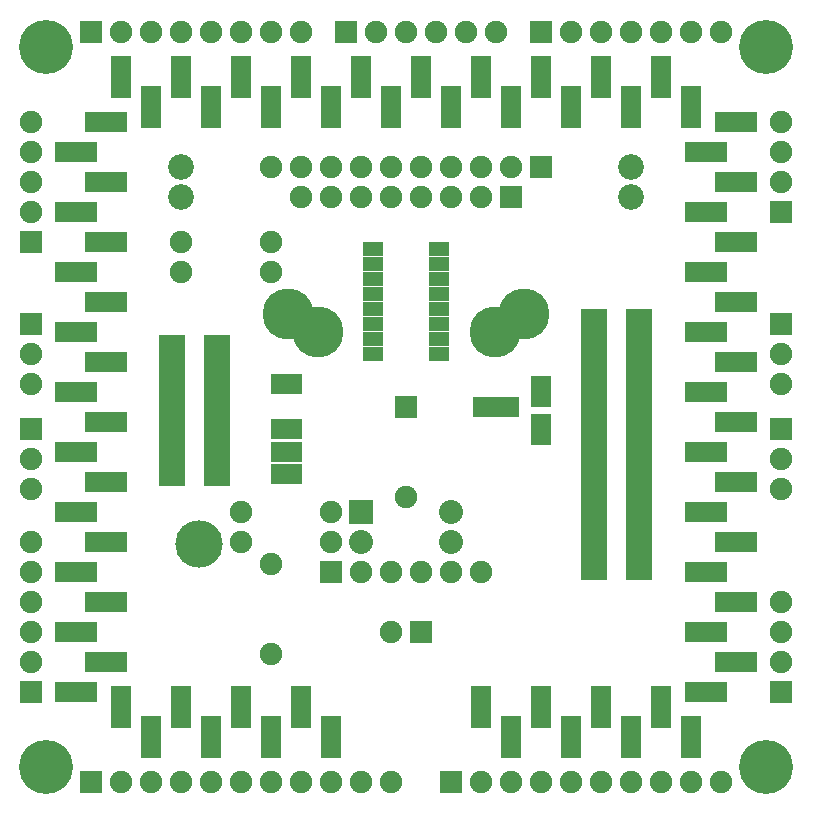
<source format=gts>
G04 (created by PCBNEW-RS274X (2012-apr-16-27)-stable) date mer. 27 févr. 2013 14:04:48 CST*
G01*
G70*
G90*
%MOIN*%
G04 Gerber Fmt 3.4, Leading zero omitted, Abs format*
%FSLAX34Y34*%
G04 APERTURE LIST*
%ADD10C,0.006000*%
%ADD11R,0.080000X0.080000*%
%ADD12C,0.080000*%
%ADD13R,0.090800X0.055400*%
%ADD14C,0.158000*%
%ADD15R,0.075000X0.075000*%
%ADD16C,0.075000*%
%ADD17C,0.170000*%
%ADD18R,0.070000X0.140000*%
%ADD19R,0.140000X0.070000*%
%ADD20C,0.180000*%
%ADD21R,0.070000X0.045000*%
%ADD22R,0.058000X0.070000*%
%ADD23R,0.070000X0.058000*%
%ADD24C,0.086000*%
G04 APERTURE END LIST*
G54D10*
G54D11*
X24500Y-29500D03*
G54D12*
X27500Y-30500D03*
X27500Y-29500D03*
X24500Y-30500D03*
G54D13*
X18195Y-28386D03*
X18195Y-27886D03*
X18195Y-27386D03*
X18195Y-26886D03*
X18195Y-26386D03*
X18195Y-25886D03*
X18195Y-25386D03*
X18195Y-24886D03*
X18195Y-24386D03*
X18195Y-23886D03*
X19695Y-23886D03*
X19695Y-24386D03*
X19695Y-24886D03*
X19695Y-25386D03*
X19695Y-25886D03*
X19695Y-26386D03*
X19695Y-26886D03*
X19695Y-27386D03*
X19695Y-27886D03*
X19695Y-28386D03*
X32250Y-31500D03*
X33750Y-31500D03*
X32250Y-31000D03*
X33750Y-31000D03*
X32250Y-30500D03*
X33750Y-30500D03*
X32250Y-30000D03*
X33750Y-30000D03*
X32250Y-29500D03*
X33750Y-29500D03*
X32250Y-29000D03*
X33750Y-29000D03*
X32250Y-28500D03*
X33750Y-28500D03*
X32250Y-28000D03*
X33750Y-28000D03*
X32250Y-27500D03*
X33750Y-27500D03*
X32250Y-27000D03*
X33750Y-27000D03*
X32250Y-26500D03*
X33750Y-26500D03*
X32250Y-26000D03*
X33750Y-26000D03*
X32250Y-25500D03*
X33750Y-25500D03*
X32250Y-25000D03*
X33750Y-25000D03*
X32250Y-24500D03*
X33750Y-24500D03*
X32250Y-24000D03*
X33750Y-24000D03*
X32250Y-23500D03*
X33750Y-23500D03*
X32250Y-23000D03*
X33750Y-23000D03*
G54D14*
X19080Y-30579D03*
G54D15*
X29500Y-19000D03*
G54D16*
X28500Y-19000D03*
X27500Y-19000D03*
X26500Y-19000D03*
X25500Y-19000D03*
X24500Y-19000D03*
X23500Y-19000D03*
X22500Y-19000D03*
G54D17*
X28953Y-23527D03*
X23047Y-23527D03*
G54D15*
X30500Y-17998D03*
G54D16*
X29500Y-17998D03*
X28500Y-17998D03*
X27500Y-17998D03*
X26500Y-17998D03*
X25500Y-17998D03*
X24500Y-17998D03*
X23500Y-17998D03*
X22500Y-17998D03*
X21500Y-17998D03*
G54D17*
X29937Y-22921D03*
X22063Y-22921D03*
G54D15*
X23500Y-31500D03*
G54D16*
X24500Y-31500D03*
X25500Y-31500D03*
X26500Y-31500D03*
X27500Y-31500D03*
X28500Y-31500D03*
G54D15*
X26500Y-33500D03*
G54D16*
X25500Y-33500D03*
G54D15*
X38500Y-26750D03*
G54D16*
X38500Y-27750D03*
X38500Y-28750D03*
X21500Y-20500D03*
X18500Y-20500D03*
G54D15*
X38500Y-23250D03*
G54D16*
X38500Y-24250D03*
X38500Y-25250D03*
G54D15*
X13500Y-26750D03*
G54D16*
X13500Y-27750D03*
X13500Y-28750D03*
G54D15*
X13500Y-23250D03*
G54D16*
X13500Y-24250D03*
X13500Y-25250D03*
G54D18*
X16500Y-36000D03*
X17500Y-37000D03*
X18500Y-36000D03*
X19500Y-37000D03*
X20500Y-36000D03*
X21500Y-37000D03*
X22500Y-36000D03*
X23500Y-37000D03*
X28500Y-36000D03*
X29500Y-37000D03*
X30500Y-36000D03*
X31500Y-37000D03*
X32500Y-36000D03*
X33500Y-37000D03*
X34500Y-36000D03*
X35500Y-37000D03*
G54D19*
X36000Y-35500D03*
X37000Y-34500D03*
X36000Y-33500D03*
X37000Y-32500D03*
X36000Y-31500D03*
X37000Y-30500D03*
X36000Y-29500D03*
X37000Y-28500D03*
X36000Y-27500D03*
X37000Y-26500D03*
X36000Y-25500D03*
X37000Y-24500D03*
X36000Y-23500D03*
X37000Y-22500D03*
X36000Y-21500D03*
X37000Y-20500D03*
X36000Y-19500D03*
X37000Y-18500D03*
X36000Y-17500D03*
X37000Y-16500D03*
G54D18*
X35500Y-16000D03*
X34500Y-15000D03*
X33500Y-16000D03*
X32500Y-15000D03*
X31500Y-16000D03*
X30500Y-15000D03*
X29500Y-16000D03*
X28500Y-15000D03*
X27500Y-16000D03*
X26500Y-15000D03*
X25500Y-16000D03*
X24500Y-15000D03*
X23500Y-16000D03*
X22500Y-15000D03*
X21500Y-16000D03*
X20500Y-15000D03*
X19500Y-16000D03*
X18500Y-15000D03*
X17500Y-16000D03*
X16500Y-15000D03*
G54D19*
X16000Y-16500D03*
X15000Y-17500D03*
X16000Y-18500D03*
X15000Y-19500D03*
X16000Y-20500D03*
X15000Y-21500D03*
X16000Y-22500D03*
X15000Y-23500D03*
X16000Y-24500D03*
X15000Y-25500D03*
X16000Y-26500D03*
X15000Y-27500D03*
X16000Y-28500D03*
X15000Y-29500D03*
X16000Y-30500D03*
X15000Y-31500D03*
X16000Y-32500D03*
X15000Y-33500D03*
X16000Y-34500D03*
X15000Y-35500D03*
G54D20*
X38000Y-38000D03*
X14000Y-38000D03*
X14000Y-14000D03*
X38000Y-14000D03*
G54D21*
X24900Y-20750D03*
X24900Y-21250D03*
X24900Y-21750D03*
X24900Y-22250D03*
X27100Y-22250D03*
X27100Y-21750D03*
X27100Y-21250D03*
X27100Y-20750D03*
X24900Y-22750D03*
X24900Y-23250D03*
X24900Y-23750D03*
X24900Y-24250D03*
X27100Y-24250D03*
X27100Y-23750D03*
X27100Y-23250D03*
X27100Y-22750D03*
G54D22*
X29500Y-26000D03*
X29000Y-26000D03*
X28500Y-26000D03*
G54D23*
X30500Y-27000D03*
X30500Y-26500D03*
G54D22*
X22250Y-25250D03*
X21750Y-25250D03*
X22250Y-27500D03*
X21750Y-27500D03*
X22250Y-28250D03*
X21750Y-28250D03*
X22250Y-26750D03*
X21750Y-26750D03*
G54D23*
X30500Y-25750D03*
X30500Y-25250D03*
G54D15*
X15500Y-38500D03*
G54D16*
X16500Y-38500D03*
X17500Y-38500D03*
X18500Y-38500D03*
X19500Y-38500D03*
X20500Y-38500D03*
X21500Y-38500D03*
X22500Y-38500D03*
X23500Y-38500D03*
X24500Y-38500D03*
X25500Y-38500D03*
G54D15*
X27500Y-38500D03*
G54D16*
X28500Y-38500D03*
X29500Y-38500D03*
X30500Y-38500D03*
X31500Y-38500D03*
X32500Y-38500D03*
X33500Y-38500D03*
X34500Y-38500D03*
X35500Y-38500D03*
X36500Y-38500D03*
G54D15*
X13500Y-35500D03*
G54D16*
X13500Y-34500D03*
X13500Y-33500D03*
X13500Y-32500D03*
X13500Y-31500D03*
X13500Y-30500D03*
G54D15*
X13500Y-20500D03*
G54D16*
X13500Y-19500D03*
X13500Y-18500D03*
X13500Y-17500D03*
X13500Y-16500D03*
G54D15*
X15500Y-13500D03*
G54D16*
X16500Y-13500D03*
X17500Y-13500D03*
X18500Y-13500D03*
X19500Y-13500D03*
X20500Y-13500D03*
X21500Y-13500D03*
X22500Y-13500D03*
G54D15*
X30500Y-13500D03*
G54D16*
X31500Y-13500D03*
X32500Y-13500D03*
X33500Y-13500D03*
X34500Y-13500D03*
X35500Y-13500D03*
X36500Y-13500D03*
G54D15*
X24000Y-13500D03*
G54D16*
X25000Y-13500D03*
X26000Y-13500D03*
X27000Y-13500D03*
X28000Y-13500D03*
X29000Y-13500D03*
G54D15*
X38500Y-35500D03*
G54D16*
X38500Y-34500D03*
X38500Y-33500D03*
X38500Y-32500D03*
G54D15*
X38500Y-19500D03*
G54D16*
X38500Y-18500D03*
X38500Y-17500D03*
X38500Y-16500D03*
X23500Y-29500D03*
X20500Y-29500D03*
X23500Y-30500D03*
X20500Y-30500D03*
X21500Y-31250D03*
X21500Y-34250D03*
G54D15*
X26000Y-26000D03*
G54D16*
X26000Y-29000D03*
X21500Y-21500D03*
X18500Y-21500D03*
G54D24*
X18500Y-18000D03*
X18500Y-19000D03*
X33500Y-18000D03*
X33500Y-19000D03*
M02*

</source>
